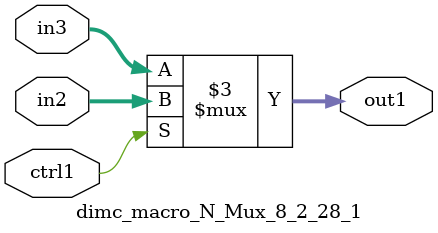
<source format=v>

`timescale 1ps / 1ps


module dimc_macro_N_Mux_8_2_28_1( in3, in2, ctrl1, out1 );

    input [7:0] in3;
    input [7:0] in2;
    input ctrl1;
    output [7:0] out1;
    reg [7:0] out1;

    
    // rtl_process:dimc_macro_N_Mux_8_2_28_1/dimc_macro_N_Mux_8_2_28_1_thread_1
    always @*
      begin : dimc_macro_N_Mux_8_2_28_1_thread_1
        case (ctrl1) 
          1'b1: 
            begin
              out1 = in2;
            end
          default: 
            begin
              out1 = in3;
            end
        endcase
      end

endmodule



</source>
